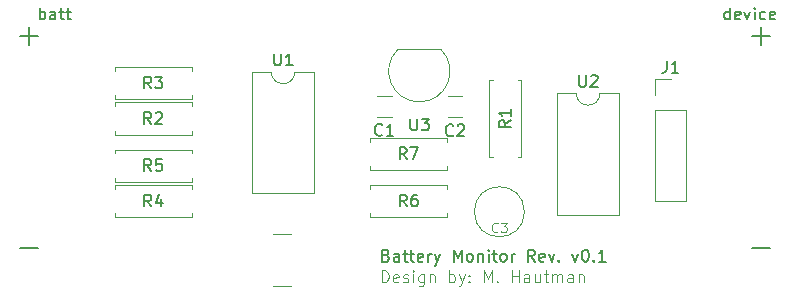
<source format=gbr>
%TF.GenerationSoftware,KiCad,Pcbnew,8.0.1-rc1*%
%TF.CreationDate,2025-05-01T22:02:35-04:00*%
%TF.ProjectId,bhm,62686d2e-6b69-4636-9164-5f7063625858,rev?*%
%TF.SameCoordinates,Original*%
%TF.FileFunction,Legend,Top*%
%TF.FilePolarity,Positive*%
%FSLAX46Y46*%
G04 Gerber Fmt 4.6, Leading zero omitted, Abs format (unit mm)*
G04 Created by KiCad (PCBNEW 8.0.1-rc1) date 2025-05-01 22:02:35*
%MOMM*%
%LPD*%
G01*
G04 APERTURE LIST*
%ADD10C,0.100000*%
%ADD11C,0.150000*%
%ADD12C,0.120000*%
G04 APERTURE END LIST*
D10*
X225053884Y-138872419D02*
X225053884Y-137872419D01*
X225053884Y-137872419D02*
X225291979Y-137872419D01*
X225291979Y-137872419D02*
X225434836Y-137920038D01*
X225434836Y-137920038D02*
X225530074Y-138015276D01*
X225530074Y-138015276D02*
X225577693Y-138110514D01*
X225577693Y-138110514D02*
X225625312Y-138300990D01*
X225625312Y-138300990D02*
X225625312Y-138443847D01*
X225625312Y-138443847D02*
X225577693Y-138634323D01*
X225577693Y-138634323D02*
X225530074Y-138729561D01*
X225530074Y-138729561D02*
X225434836Y-138824800D01*
X225434836Y-138824800D02*
X225291979Y-138872419D01*
X225291979Y-138872419D02*
X225053884Y-138872419D01*
X226434836Y-138824800D02*
X226339598Y-138872419D01*
X226339598Y-138872419D02*
X226149122Y-138872419D01*
X226149122Y-138872419D02*
X226053884Y-138824800D01*
X226053884Y-138824800D02*
X226006265Y-138729561D01*
X226006265Y-138729561D02*
X226006265Y-138348609D01*
X226006265Y-138348609D02*
X226053884Y-138253371D01*
X226053884Y-138253371D02*
X226149122Y-138205752D01*
X226149122Y-138205752D02*
X226339598Y-138205752D01*
X226339598Y-138205752D02*
X226434836Y-138253371D01*
X226434836Y-138253371D02*
X226482455Y-138348609D01*
X226482455Y-138348609D02*
X226482455Y-138443847D01*
X226482455Y-138443847D02*
X226006265Y-138539085D01*
X226863408Y-138824800D02*
X226958646Y-138872419D01*
X226958646Y-138872419D02*
X227149122Y-138872419D01*
X227149122Y-138872419D02*
X227244360Y-138824800D01*
X227244360Y-138824800D02*
X227291979Y-138729561D01*
X227291979Y-138729561D02*
X227291979Y-138681942D01*
X227291979Y-138681942D02*
X227244360Y-138586704D01*
X227244360Y-138586704D02*
X227149122Y-138539085D01*
X227149122Y-138539085D02*
X227006265Y-138539085D01*
X227006265Y-138539085D02*
X226911027Y-138491466D01*
X226911027Y-138491466D02*
X226863408Y-138396228D01*
X226863408Y-138396228D02*
X226863408Y-138348609D01*
X226863408Y-138348609D02*
X226911027Y-138253371D01*
X226911027Y-138253371D02*
X227006265Y-138205752D01*
X227006265Y-138205752D02*
X227149122Y-138205752D01*
X227149122Y-138205752D02*
X227244360Y-138253371D01*
X227720551Y-138872419D02*
X227720551Y-138205752D01*
X227720551Y-137872419D02*
X227672932Y-137920038D01*
X227672932Y-137920038D02*
X227720551Y-137967657D01*
X227720551Y-137967657D02*
X227768170Y-137920038D01*
X227768170Y-137920038D02*
X227720551Y-137872419D01*
X227720551Y-137872419D02*
X227720551Y-137967657D01*
X228625312Y-138205752D02*
X228625312Y-139015276D01*
X228625312Y-139015276D02*
X228577693Y-139110514D01*
X228577693Y-139110514D02*
X228530074Y-139158133D01*
X228530074Y-139158133D02*
X228434836Y-139205752D01*
X228434836Y-139205752D02*
X228291979Y-139205752D01*
X228291979Y-139205752D02*
X228196741Y-139158133D01*
X228625312Y-138824800D02*
X228530074Y-138872419D01*
X228530074Y-138872419D02*
X228339598Y-138872419D01*
X228339598Y-138872419D02*
X228244360Y-138824800D01*
X228244360Y-138824800D02*
X228196741Y-138777180D01*
X228196741Y-138777180D02*
X228149122Y-138681942D01*
X228149122Y-138681942D02*
X228149122Y-138396228D01*
X228149122Y-138396228D02*
X228196741Y-138300990D01*
X228196741Y-138300990D02*
X228244360Y-138253371D01*
X228244360Y-138253371D02*
X228339598Y-138205752D01*
X228339598Y-138205752D02*
X228530074Y-138205752D01*
X228530074Y-138205752D02*
X228625312Y-138253371D01*
X229101503Y-138205752D02*
X229101503Y-138872419D01*
X229101503Y-138300990D02*
X229149122Y-138253371D01*
X229149122Y-138253371D02*
X229244360Y-138205752D01*
X229244360Y-138205752D02*
X229387217Y-138205752D01*
X229387217Y-138205752D02*
X229482455Y-138253371D01*
X229482455Y-138253371D02*
X229530074Y-138348609D01*
X229530074Y-138348609D02*
X229530074Y-138872419D01*
X230768170Y-138872419D02*
X230768170Y-137872419D01*
X230768170Y-138253371D02*
X230863408Y-138205752D01*
X230863408Y-138205752D02*
X231053884Y-138205752D01*
X231053884Y-138205752D02*
X231149122Y-138253371D01*
X231149122Y-138253371D02*
X231196741Y-138300990D01*
X231196741Y-138300990D02*
X231244360Y-138396228D01*
X231244360Y-138396228D02*
X231244360Y-138681942D01*
X231244360Y-138681942D02*
X231196741Y-138777180D01*
X231196741Y-138777180D02*
X231149122Y-138824800D01*
X231149122Y-138824800D02*
X231053884Y-138872419D01*
X231053884Y-138872419D02*
X230863408Y-138872419D01*
X230863408Y-138872419D02*
X230768170Y-138824800D01*
X231577694Y-138205752D02*
X231815789Y-138872419D01*
X232053884Y-138205752D02*
X231815789Y-138872419D01*
X231815789Y-138872419D02*
X231720551Y-139110514D01*
X231720551Y-139110514D02*
X231672932Y-139158133D01*
X231672932Y-139158133D02*
X231577694Y-139205752D01*
X232434837Y-138777180D02*
X232482456Y-138824800D01*
X232482456Y-138824800D02*
X232434837Y-138872419D01*
X232434837Y-138872419D02*
X232387218Y-138824800D01*
X232387218Y-138824800D02*
X232434837Y-138777180D01*
X232434837Y-138777180D02*
X232434837Y-138872419D01*
X232434837Y-138253371D02*
X232482456Y-138300990D01*
X232482456Y-138300990D02*
X232434837Y-138348609D01*
X232434837Y-138348609D02*
X232387218Y-138300990D01*
X232387218Y-138300990D02*
X232434837Y-138253371D01*
X232434837Y-138253371D02*
X232434837Y-138348609D01*
X233672932Y-138872419D02*
X233672932Y-137872419D01*
X233672932Y-137872419D02*
X234006265Y-138586704D01*
X234006265Y-138586704D02*
X234339598Y-137872419D01*
X234339598Y-137872419D02*
X234339598Y-138872419D01*
X234815789Y-138777180D02*
X234863408Y-138824800D01*
X234863408Y-138824800D02*
X234815789Y-138872419D01*
X234815789Y-138872419D02*
X234768170Y-138824800D01*
X234768170Y-138824800D02*
X234815789Y-138777180D01*
X234815789Y-138777180D02*
X234815789Y-138872419D01*
X236053884Y-138872419D02*
X236053884Y-137872419D01*
X236053884Y-138348609D02*
X236625312Y-138348609D01*
X236625312Y-138872419D02*
X236625312Y-137872419D01*
X237530074Y-138872419D02*
X237530074Y-138348609D01*
X237530074Y-138348609D02*
X237482455Y-138253371D01*
X237482455Y-138253371D02*
X237387217Y-138205752D01*
X237387217Y-138205752D02*
X237196741Y-138205752D01*
X237196741Y-138205752D02*
X237101503Y-138253371D01*
X237530074Y-138824800D02*
X237434836Y-138872419D01*
X237434836Y-138872419D02*
X237196741Y-138872419D01*
X237196741Y-138872419D02*
X237101503Y-138824800D01*
X237101503Y-138824800D02*
X237053884Y-138729561D01*
X237053884Y-138729561D02*
X237053884Y-138634323D01*
X237053884Y-138634323D02*
X237101503Y-138539085D01*
X237101503Y-138539085D02*
X237196741Y-138491466D01*
X237196741Y-138491466D02*
X237434836Y-138491466D01*
X237434836Y-138491466D02*
X237530074Y-138443847D01*
X238434836Y-138205752D02*
X238434836Y-138872419D01*
X238006265Y-138205752D02*
X238006265Y-138729561D01*
X238006265Y-138729561D02*
X238053884Y-138824800D01*
X238053884Y-138824800D02*
X238149122Y-138872419D01*
X238149122Y-138872419D02*
X238291979Y-138872419D01*
X238291979Y-138872419D02*
X238387217Y-138824800D01*
X238387217Y-138824800D02*
X238434836Y-138777180D01*
X238768170Y-138205752D02*
X239149122Y-138205752D01*
X238911027Y-137872419D02*
X238911027Y-138729561D01*
X238911027Y-138729561D02*
X238958646Y-138824800D01*
X238958646Y-138824800D02*
X239053884Y-138872419D01*
X239053884Y-138872419D02*
X239149122Y-138872419D01*
X239482456Y-138872419D02*
X239482456Y-138205752D01*
X239482456Y-138300990D02*
X239530075Y-138253371D01*
X239530075Y-138253371D02*
X239625313Y-138205752D01*
X239625313Y-138205752D02*
X239768170Y-138205752D01*
X239768170Y-138205752D02*
X239863408Y-138253371D01*
X239863408Y-138253371D02*
X239911027Y-138348609D01*
X239911027Y-138348609D02*
X239911027Y-138872419D01*
X239911027Y-138348609D02*
X239958646Y-138253371D01*
X239958646Y-138253371D02*
X240053884Y-138205752D01*
X240053884Y-138205752D02*
X240196741Y-138205752D01*
X240196741Y-138205752D02*
X240291980Y-138253371D01*
X240291980Y-138253371D02*
X240339599Y-138348609D01*
X240339599Y-138348609D02*
X240339599Y-138872419D01*
X241244360Y-138872419D02*
X241244360Y-138348609D01*
X241244360Y-138348609D02*
X241196741Y-138253371D01*
X241196741Y-138253371D02*
X241101503Y-138205752D01*
X241101503Y-138205752D02*
X240911027Y-138205752D01*
X240911027Y-138205752D02*
X240815789Y-138253371D01*
X241244360Y-138824800D02*
X241149122Y-138872419D01*
X241149122Y-138872419D02*
X240911027Y-138872419D01*
X240911027Y-138872419D02*
X240815789Y-138824800D01*
X240815789Y-138824800D02*
X240768170Y-138729561D01*
X240768170Y-138729561D02*
X240768170Y-138634323D01*
X240768170Y-138634323D02*
X240815789Y-138539085D01*
X240815789Y-138539085D02*
X240911027Y-138491466D01*
X240911027Y-138491466D02*
X241149122Y-138491466D01*
X241149122Y-138491466D02*
X241244360Y-138443847D01*
X241720551Y-138205752D02*
X241720551Y-138872419D01*
X241720551Y-138300990D02*
X241768170Y-138253371D01*
X241768170Y-138253371D02*
X241863408Y-138205752D01*
X241863408Y-138205752D02*
X242006265Y-138205752D01*
X242006265Y-138205752D02*
X242101503Y-138253371D01*
X242101503Y-138253371D02*
X242149122Y-138348609D01*
X242149122Y-138348609D02*
X242149122Y-138872419D01*
D11*
X254515350Y-116619819D02*
X254515350Y-115619819D01*
X254515350Y-116572200D02*
X254420112Y-116619819D01*
X254420112Y-116619819D02*
X254229636Y-116619819D01*
X254229636Y-116619819D02*
X254134398Y-116572200D01*
X254134398Y-116572200D02*
X254086779Y-116524580D01*
X254086779Y-116524580D02*
X254039160Y-116429342D01*
X254039160Y-116429342D02*
X254039160Y-116143628D01*
X254039160Y-116143628D02*
X254086779Y-116048390D01*
X254086779Y-116048390D02*
X254134398Y-116000771D01*
X254134398Y-116000771D02*
X254229636Y-115953152D01*
X254229636Y-115953152D02*
X254420112Y-115953152D01*
X254420112Y-115953152D02*
X254515350Y-116000771D01*
X255372493Y-116572200D02*
X255277255Y-116619819D01*
X255277255Y-116619819D02*
X255086779Y-116619819D01*
X255086779Y-116619819D02*
X254991541Y-116572200D01*
X254991541Y-116572200D02*
X254943922Y-116476961D01*
X254943922Y-116476961D02*
X254943922Y-116096009D01*
X254943922Y-116096009D02*
X254991541Y-116000771D01*
X254991541Y-116000771D02*
X255086779Y-115953152D01*
X255086779Y-115953152D02*
X255277255Y-115953152D01*
X255277255Y-115953152D02*
X255372493Y-116000771D01*
X255372493Y-116000771D02*
X255420112Y-116096009D01*
X255420112Y-116096009D02*
X255420112Y-116191247D01*
X255420112Y-116191247D02*
X254943922Y-116286485D01*
X255753446Y-115953152D02*
X255991541Y-116619819D01*
X255991541Y-116619819D02*
X256229636Y-115953152D01*
X256610589Y-116619819D02*
X256610589Y-115953152D01*
X256610589Y-115619819D02*
X256562970Y-115667438D01*
X256562970Y-115667438D02*
X256610589Y-115715057D01*
X256610589Y-115715057D02*
X256658208Y-115667438D01*
X256658208Y-115667438D02*
X256610589Y-115619819D01*
X256610589Y-115619819D02*
X256610589Y-115715057D01*
X257515350Y-116572200D02*
X257420112Y-116619819D01*
X257420112Y-116619819D02*
X257229636Y-116619819D01*
X257229636Y-116619819D02*
X257134398Y-116572200D01*
X257134398Y-116572200D02*
X257086779Y-116524580D01*
X257086779Y-116524580D02*
X257039160Y-116429342D01*
X257039160Y-116429342D02*
X257039160Y-116143628D01*
X257039160Y-116143628D02*
X257086779Y-116048390D01*
X257086779Y-116048390D02*
X257134398Y-116000771D01*
X257134398Y-116000771D02*
X257229636Y-115953152D01*
X257229636Y-115953152D02*
X257420112Y-115953152D01*
X257420112Y-115953152D02*
X257515350Y-116000771D01*
X258324874Y-116572200D02*
X258229636Y-116619819D01*
X258229636Y-116619819D02*
X258039160Y-116619819D01*
X258039160Y-116619819D02*
X257943922Y-116572200D01*
X257943922Y-116572200D02*
X257896303Y-116476961D01*
X257896303Y-116476961D02*
X257896303Y-116096009D01*
X257896303Y-116096009D02*
X257943922Y-116000771D01*
X257943922Y-116000771D02*
X258039160Y-115953152D01*
X258039160Y-115953152D02*
X258229636Y-115953152D01*
X258229636Y-115953152D02*
X258324874Y-116000771D01*
X258324874Y-116000771D02*
X258372493Y-116096009D01*
X258372493Y-116096009D02*
X258372493Y-116191247D01*
X258372493Y-116191247D02*
X257896303Y-116286485D01*
X257925125Y-117985533D02*
X256401316Y-117985533D01*
X257163220Y-118747438D02*
X257163220Y-117223628D01*
X195925125Y-117985533D02*
X194401316Y-117985533D01*
X195163220Y-118747438D02*
X195163220Y-117223628D01*
X225420112Y-136596009D02*
X225562969Y-136643628D01*
X225562969Y-136643628D02*
X225610588Y-136691247D01*
X225610588Y-136691247D02*
X225658207Y-136786485D01*
X225658207Y-136786485D02*
X225658207Y-136929342D01*
X225658207Y-136929342D02*
X225610588Y-137024580D01*
X225610588Y-137024580D02*
X225562969Y-137072200D01*
X225562969Y-137072200D02*
X225467731Y-137119819D01*
X225467731Y-137119819D02*
X225086779Y-137119819D01*
X225086779Y-137119819D02*
X225086779Y-136119819D01*
X225086779Y-136119819D02*
X225420112Y-136119819D01*
X225420112Y-136119819D02*
X225515350Y-136167438D01*
X225515350Y-136167438D02*
X225562969Y-136215057D01*
X225562969Y-136215057D02*
X225610588Y-136310295D01*
X225610588Y-136310295D02*
X225610588Y-136405533D01*
X225610588Y-136405533D02*
X225562969Y-136500771D01*
X225562969Y-136500771D02*
X225515350Y-136548390D01*
X225515350Y-136548390D02*
X225420112Y-136596009D01*
X225420112Y-136596009D02*
X225086779Y-136596009D01*
X226515350Y-137119819D02*
X226515350Y-136596009D01*
X226515350Y-136596009D02*
X226467731Y-136500771D01*
X226467731Y-136500771D02*
X226372493Y-136453152D01*
X226372493Y-136453152D02*
X226182017Y-136453152D01*
X226182017Y-136453152D02*
X226086779Y-136500771D01*
X226515350Y-137072200D02*
X226420112Y-137119819D01*
X226420112Y-137119819D02*
X226182017Y-137119819D01*
X226182017Y-137119819D02*
X226086779Y-137072200D01*
X226086779Y-137072200D02*
X226039160Y-136976961D01*
X226039160Y-136976961D02*
X226039160Y-136881723D01*
X226039160Y-136881723D02*
X226086779Y-136786485D01*
X226086779Y-136786485D02*
X226182017Y-136738866D01*
X226182017Y-136738866D02*
X226420112Y-136738866D01*
X226420112Y-136738866D02*
X226515350Y-136691247D01*
X226848684Y-136453152D02*
X227229636Y-136453152D01*
X226991541Y-136119819D02*
X226991541Y-136976961D01*
X226991541Y-136976961D02*
X227039160Y-137072200D01*
X227039160Y-137072200D02*
X227134398Y-137119819D01*
X227134398Y-137119819D02*
X227229636Y-137119819D01*
X227420113Y-136453152D02*
X227801065Y-136453152D01*
X227562970Y-136119819D02*
X227562970Y-136976961D01*
X227562970Y-136976961D02*
X227610589Y-137072200D01*
X227610589Y-137072200D02*
X227705827Y-137119819D01*
X227705827Y-137119819D02*
X227801065Y-137119819D01*
X228515351Y-137072200D02*
X228420113Y-137119819D01*
X228420113Y-137119819D02*
X228229637Y-137119819D01*
X228229637Y-137119819D02*
X228134399Y-137072200D01*
X228134399Y-137072200D02*
X228086780Y-136976961D01*
X228086780Y-136976961D02*
X228086780Y-136596009D01*
X228086780Y-136596009D02*
X228134399Y-136500771D01*
X228134399Y-136500771D02*
X228229637Y-136453152D01*
X228229637Y-136453152D02*
X228420113Y-136453152D01*
X228420113Y-136453152D02*
X228515351Y-136500771D01*
X228515351Y-136500771D02*
X228562970Y-136596009D01*
X228562970Y-136596009D02*
X228562970Y-136691247D01*
X228562970Y-136691247D02*
X228086780Y-136786485D01*
X228991542Y-137119819D02*
X228991542Y-136453152D01*
X228991542Y-136643628D02*
X229039161Y-136548390D01*
X229039161Y-136548390D02*
X229086780Y-136500771D01*
X229086780Y-136500771D02*
X229182018Y-136453152D01*
X229182018Y-136453152D02*
X229277256Y-136453152D01*
X229515352Y-136453152D02*
X229753447Y-137119819D01*
X229991542Y-136453152D02*
X229753447Y-137119819D01*
X229753447Y-137119819D02*
X229658209Y-137357914D01*
X229658209Y-137357914D02*
X229610590Y-137405533D01*
X229610590Y-137405533D02*
X229515352Y-137453152D01*
X231134400Y-137119819D02*
X231134400Y-136119819D01*
X231134400Y-136119819D02*
X231467733Y-136834104D01*
X231467733Y-136834104D02*
X231801066Y-136119819D01*
X231801066Y-136119819D02*
X231801066Y-137119819D01*
X232420114Y-137119819D02*
X232324876Y-137072200D01*
X232324876Y-137072200D02*
X232277257Y-137024580D01*
X232277257Y-137024580D02*
X232229638Y-136929342D01*
X232229638Y-136929342D02*
X232229638Y-136643628D01*
X232229638Y-136643628D02*
X232277257Y-136548390D01*
X232277257Y-136548390D02*
X232324876Y-136500771D01*
X232324876Y-136500771D02*
X232420114Y-136453152D01*
X232420114Y-136453152D02*
X232562971Y-136453152D01*
X232562971Y-136453152D02*
X232658209Y-136500771D01*
X232658209Y-136500771D02*
X232705828Y-136548390D01*
X232705828Y-136548390D02*
X232753447Y-136643628D01*
X232753447Y-136643628D02*
X232753447Y-136929342D01*
X232753447Y-136929342D02*
X232705828Y-137024580D01*
X232705828Y-137024580D02*
X232658209Y-137072200D01*
X232658209Y-137072200D02*
X232562971Y-137119819D01*
X232562971Y-137119819D02*
X232420114Y-137119819D01*
X233182019Y-136453152D02*
X233182019Y-137119819D01*
X233182019Y-136548390D02*
X233229638Y-136500771D01*
X233229638Y-136500771D02*
X233324876Y-136453152D01*
X233324876Y-136453152D02*
X233467733Y-136453152D01*
X233467733Y-136453152D02*
X233562971Y-136500771D01*
X233562971Y-136500771D02*
X233610590Y-136596009D01*
X233610590Y-136596009D02*
X233610590Y-137119819D01*
X234086781Y-137119819D02*
X234086781Y-136453152D01*
X234086781Y-136119819D02*
X234039162Y-136167438D01*
X234039162Y-136167438D02*
X234086781Y-136215057D01*
X234086781Y-136215057D02*
X234134400Y-136167438D01*
X234134400Y-136167438D02*
X234086781Y-136119819D01*
X234086781Y-136119819D02*
X234086781Y-136215057D01*
X234420114Y-136453152D02*
X234801066Y-136453152D01*
X234562971Y-136119819D02*
X234562971Y-136976961D01*
X234562971Y-136976961D02*
X234610590Y-137072200D01*
X234610590Y-137072200D02*
X234705828Y-137119819D01*
X234705828Y-137119819D02*
X234801066Y-137119819D01*
X235277257Y-137119819D02*
X235182019Y-137072200D01*
X235182019Y-137072200D02*
X235134400Y-137024580D01*
X235134400Y-137024580D02*
X235086781Y-136929342D01*
X235086781Y-136929342D02*
X235086781Y-136643628D01*
X235086781Y-136643628D02*
X235134400Y-136548390D01*
X235134400Y-136548390D02*
X235182019Y-136500771D01*
X235182019Y-136500771D02*
X235277257Y-136453152D01*
X235277257Y-136453152D02*
X235420114Y-136453152D01*
X235420114Y-136453152D02*
X235515352Y-136500771D01*
X235515352Y-136500771D02*
X235562971Y-136548390D01*
X235562971Y-136548390D02*
X235610590Y-136643628D01*
X235610590Y-136643628D02*
X235610590Y-136929342D01*
X235610590Y-136929342D02*
X235562971Y-137024580D01*
X235562971Y-137024580D02*
X235515352Y-137072200D01*
X235515352Y-137072200D02*
X235420114Y-137119819D01*
X235420114Y-137119819D02*
X235277257Y-137119819D01*
X236039162Y-137119819D02*
X236039162Y-136453152D01*
X236039162Y-136643628D02*
X236086781Y-136548390D01*
X236086781Y-136548390D02*
X236134400Y-136500771D01*
X236134400Y-136500771D02*
X236229638Y-136453152D01*
X236229638Y-136453152D02*
X236324876Y-136453152D01*
X237991543Y-137119819D02*
X237658210Y-136643628D01*
X237420115Y-137119819D02*
X237420115Y-136119819D01*
X237420115Y-136119819D02*
X237801067Y-136119819D01*
X237801067Y-136119819D02*
X237896305Y-136167438D01*
X237896305Y-136167438D02*
X237943924Y-136215057D01*
X237943924Y-136215057D02*
X237991543Y-136310295D01*
X237991543Y-136310295D02*
X237991543Y-136453152D01*
X237991543Y-136453152D02*
X237943924Y-136548390D01*
X237943924Y-136548390D02*
X237896305Y-136596009D01*
X237896305Y-136596009D02*
X237801067Y-136643628D01*
X237801067Y-136643628D02*
X237420115Y-136643628D01*
X238801067Y-137072200D02*
X238705829Y-137119819D01*
X238705829Y-137119819D02*
X238515353Y-137119819D01*
X238515353Y-137119819D02*
X238420115Y-137072200D01*
X238420115Y-137072200D02*
X238372496Y-136976961D01*
X238372496Y-136976961D02*
X238372496Y-136596009D01*
X238372496Y-136596009D02*
X238420115Y-136500771D01*
X238420115Y-136500771D02*
X238515353Y-136453152D01*
X238515353Y-136453152D02*
X238705829Y-136453152D01*
X238705829Y-136453152D02*
X238801067Y-136500771D01*
X238801067Y-136500771D02*
X238848686Y-136596009D01*
X238848686Y-136596009D02*
X238848686Y-136691247D01*
X238848686Y-136691247D02*
X238372496Y-136786485D01*
X239182020Y-136453152D02*
X239420115Y-137119819D01*
X239420115Y-137119819D02*
X239658210Y-136453152D01*
X240039163Y-137024580D02*
X240086782Y-137072200D01*
X240086782Y-137072200D02*
X240039163Y-137119819D01*
X240039163Y-137119819D02*
X239991544Y-137072200D01*
X239991544Y-137072200D02*
X240039163Y-137024580D01*
X240039163Y-137024580D02*
X240039163Y-137119819D01*
X241182020Y-136453152D02*
X241420115Y-137119819D01*
X241420115Y-137119819D02*
X241658210Y-136453152D01*
X242229639Y-136119819D02*
X242324877Y-136119819D01*
X242324877Y-136119819D02*
X242420115Y-136167438D01*
X242420115Y-136167438D02*
X242467734Y-136215057D01*
X242467734Y-136215057D02*
X242515353Y-136310295D01*
X242515353Y-136310295D02*
X242562972Y-136500771D01*
X242562972Y-136500771D02*
X242562972Y-136738866D01*
X242562972Y-136738866D02*
X242515353Y-136929342D01*
X242515353Y-136929342D02*
X242467734Y-137024580D01*
X242467734Y-137024580D02*
X242420115Y-137072200D01*
X242420115Y-137072200D02*
X242324877Y-137119819D01*
X242324877Y-137119819D02*
X242229639Y-137119819D01*
X242229639Y-137119819D02*
X242134401Y-137072200D01*
X242134401Y-137072200D02*
X242086782Y-137024580D01*
X242086782Y-137024580D02*
X242039163Y-136929342D01*
X242039163Y-136929342D02*
X241991544Y-136738866D01*
X241991544Y-136738866D02*
X241991544Y-136500771D01*
X241991544Y-136500771D02*
X242039163Y-136310295D01*
X242039163Y-136310295D02*
X242086782Y-136215057D01*
X242086782Y-136215057D02*
X242134401Y-136167438D01*
X242134401Y-136167438D02*
X242229639Y-136119819D01*
X242991544Y-137024580D02*
X243039163Y-137072200D01*
X243039163Y-137072200D02*
X242991544Y-137119819D01*
X242991544Y-137119819D02*
X242943925Y-137072200D01*
X242943925Y-137072200D02*
X242991544Y-137024580D01*
X242991544Y-137024580D02*
X242991544Y-137119819D01*
X243991543Y-137119819D02*
X243420115Y-137119819D01*
X243705829Y-137119819D02*
X243705829Y-136119819D01*
X243705829Y-136119819D02*
X243610591Y-136262676D01*
X243610591Y-136262676D02*
X243515353Y-136357914D01*
X243515353Y-136357914D02*
X243420115Y-136405533D01*
X196086779Y-116619819D02*
X196086779Y-115619819D01*
X196086779Y-116000771D02*
X196182017Y-115953152D01*
X196182017Y-115953152D02*
X196372493Y-115953152D01*
X196372493Y-115953152D02*
X196467731Y-116000771D01*
X196467731Y-116000771D02*
X196515350Y-116048390D01*
X196515350Y-116048390D02*
X196562969Y-116143628D01*
X196562969Y-116143628D02*
X196562969Y-116429342D01*
X196562969Y-116429342D02*
X196515350Y-116524580D01*
X196515350Y-116524580D02*
X196467731Y-116572200D01*
X196467731Y-116572200D02*
X196372493Y-116619819D01*
X196372493Y-116619819D02*
X196182017Y-116619819D01*
X196182017Y-116619819D02*
X196086779Y-116572200D01*
X197420112Y-116619819D02*
X197420112Y-116096009D01*
X197420112Y-116096009D02*
X197372493Y-116000771D01*
X197372493Y-116000771D02*
X197277255Y-115953152D01*
X197277255Y-115953152D02*
X197086779Y-115953152D01*
X197086779Y-115953152D02*
X196991541Y-116000771D01*
X197420112Y-116572200D02*
X197324874Y-116619819D01*
X197324874Y-116619819D02*
X197086779Y-116619819D01*
X197086779Y-116619819D02*
X196991541Y-116572200D01*
X196991541Y-116572200D02*
X196943922Y-116476961D01*
X196943922Y-116476961D02*
X196943922Y-116381723D01*
X196943922Y-116381723D02*
X196991541Y-116286485D01*
X196991541Y-116286485D02*
X197086779Y-116238866D01*
X197086779Y-116238866D02*
X197324874Y-116238866D01*
X197324874Y-116238866D02*
X197420112Y-116191247D01*
X197753446Y-115953152D02*
X198134398Y-115953152D01*
X197896303Y-115619819D02*
X197896303Y-116476961D01*
X197896303Y-116476961D02*
X197943922Y-116572200D01*
X197943922Y-116572200D02*
X198039160Y-116619819D01*
X198039160Y-116619819D02*
X198134398Y-116619819D01*
X198324875Y-115953152D02*
X198705827Y-115953152D01*
X198467732Y-115619819D02*
X198467732Y-116476961D01*
X198467732Y-116476961D02*
X198515351Y-116572200D01*
X198515351Y-116572200D02*
X198610589Y-116619819D01*
X198610589Y-116619819D02*
X198705827Y-116619819D01*
X257925125Y-135985533D02*
X256401316Y-135985533D01*
X195925125Y-135985533D02*
X194401316Y-135985533D01*
X205523333Y-125454819D02*
X205190000Y-124978628D01*
X204951905Y-125454819D02*
X204951905Y-124454819D01*
X204951905Y-124454819D02*
X205332857Y-124454819D01*
X205332857Y-124454819D02*
X205428095Y-124502438D01*
X205428095Y-124502438D02*
X205475714Y-124550057D01*
X205475714Y-124550057D02*
X205523333Y-124645295D01*
X205523333Y-124645295D02*
X205523333Y-124788152D01*
X205523333Y-124788152D02*
X205475714Y-124883390D01*
X205475714Y-124883390D02*
X205428095Y-124931009D01*
X205428095Y-124931009D02*
X205332857Y-124978628D01*
X205332857Y-124978628D02*
X204951905Y-124978628D01*
X205904286Y-124550057D02*
X205951905Y-124502438D01*
X205951905Y-124502438D02*
X206047143Y-124454819D01*
X206047143Y-124454819D02*
X206285238Y-124454819D01*
X206285238Y-124454819D02*
X206380476Y-124502438D01*
X206380476Y-124502438D02*
X206428095Y-124550057D01*
X206428095Y-124550057D02*
X206475714Y-124645295D01*
X206475714Y-124645295D02*
X206475714Y-124740533D01*
X206475714Y-124740533D02*
X206428095Y-124883390D01*
X206428095Y-124883390D02*
X205856667Y-125454819D01*
X205856667Y-125454819D02*
X206475714Y-125454819D01*
X249166666Y-120124819D02*
X249166666Y-120839104D01*
X249166666Y-120839104D02*
X249119047Y-120981961D01*
X249119047Y-120981961D02*
X249023809Y-121077200D01*
X249023809Y-121077200D02*
X248880952Y-121124819D01*
X248880952Y-121124819D02*
X248785714Y-121124819D01*
X250166666Y-121124819D02*
X249595238Y-121124819D01*
X249880952Y-121124819D02*
X249880952Y-120124819D01*
X249880952Y-120124819D02*
X249785714Y-120267676D01*
X249785714Y-120267676D02*
X249690476Y-120362914D01*
X249690476Y-120362914D02*
X249595238Y-120410533D01*
X227468095Y-125014819D02*
X227468095Y-125824342D01*
X227468095Y-125824342D02*
X227515714Y-125919580D01*
X227515714Y-125919580D02*
X227563333Y-125967200D01*
X227563333Y-125967200D02*
X227658571Y-126014819D01*
X227658571Y-126014819D02*
X227849047Y-126014819D01*
X227849047Y-126014819D02*
X227944285Y-125967200D01*
X227944285Y-125967200D02*
X227991904Y-125919580D01*
X227991904Y-125919580D02*
X228039523Y-125824342D01*
X228039523Y-125824342D02*
X228039523Y-125014819D01*
X228420476Y-125014819D02*
X229039523Y-125014819D01*
X229039523Y-125014819D02*
X228706190Y-125395771D01*
X228706190Y-125395771D02*
X228849047Y-125395771D01*
X228849047Y-125395771D02*
X228944285Y-125443390D01*
X228944285Y-125443390D02*
X228991904Y-125491009D01*
X228991904Y-125491009D02*
X229039523Y-125586247D01*
X229039523Y-125586247D02*
X229039523Y-125824342D01*
X229039523Y-125824342D02*
X228991904Y-125919580D01*
X228991904Y-125919580D02*
X228944285Y-125967200D01*
X228944285Y-125967200D02*
X228849047Y-126014819D01*
X228849047Y-126014819D02*
X228563333Y-126014819D01*
X228563333Y-126014819D02*
X228468095Y-125967200D01*
X228468095Y-125967200D02*
X228420476Y-125919580D01*
X205523333Y-122454819D02*
X205190000Y-121978628D01*
X204951905Y-122454819D02*
X204951905Y-121454819D01*
X204951905Y-121454819D02*
X205332857Y-121454819D01*
X205332857Y-121454819D02*
X205428095Y-121502438D01*
X205428095Y-121502438D02*
X205475714Y-121550057D01*
X205475714Y-121550057D02*
X205523333Y-121645295D01*
X205523333Y-121645295D02*
X205523333Y-121788152D01*
X205523333Y-121788152D02*
X205475714Y-121883390D01*
X205475714Y-121883390D02*
X205428095Y-121931009D01*
X205428095Y-121931009D02*
X205332857Y-121978628D01*
X205332857Y-121978628D02*
X204951905Y-121978628D01*
X205856667Y-121454819D02*
X206475714Y-121454819D01*
X206475714Y-121454819D02*
X206142381Y-121835771D01*
X206142381Y-121835771D02*
X206285238Y-121835771D01*
X206285238Y-121835771D02*
X206380476Y-121883390D01*
X206380476Y-121883390D02*
X206428095Y-121931009D01*
X206428095Y-121931009D02*
X206475714Y-122026247D01*
X206475714Y-122026247D02*
X206475714Y-122264342D01*
X206475714Y-122264342D02*
X206428095Y-122359580D01*
X206428095Y-122359580D02*
X206380476Y-122407200D01*
X206380476Y-122407200D02*
X206285238Y-122454819D01*
X206285238Y-122454819D02*
X205999524Y-122454819D01*
X205999524Y-122454819D02*
X205904286Y-122407200D01*
X205904286Y-122407200D02*
X205856667Y-122359580D01*
X205523333Y-129454819D02*
X205190000Y-128978628D01*
X204951905Y-129454819D02*
X204951905Y-128454819D01*
X204951905Y-128454819D02*
X205332857Y-128454819D01*
X205332857Y-128454819D02*
X205428095Y-128502438D01*
X205428095Y-128502438D02*
X205475714Y-128550057D01*
X205475714Y-128550057D02*
X205523333Y-128645295D01*
X205523333Y-128645295D02*
X205523333Y-128788152D01*
X205523333Y-128788152D02*
X205475714Y-128883390D01*
X205475714Y-128883390D02*
X205428095Y-128931009D01*
X205428095Y-128931009D02*
X205332857Y-128978628D01*
X205332857Y-128978628D02*
X204951905Y-128978628D01*
X206428095Y-128454819D02*
X205951905Y-128454819D01*
X205951905Y-128454819D02*
X205904286Y-128931009D01*
X205904286Y-128931009D02*
X205951905Y-128883390D01*
X205951905Y-128883390D02*
X206047143Y-128835771D01*
X206047143Y-128835771D02*
X206285238Y-128835771D01*
X206285238Y-128835771D02*
X206380476Y-128883390D01*
X206380476Y-128883390D02*
X206428095Y-128931009D01*
X206428095Y-128931009D02*
X206475714Y-129026247D01*
X206475714Y-129026247D02*
X206475714Y-129264342D01*
X206475714Y-129264342D02*
X206428095Y-129359580D01*
X206428095Y-129359580D02*
X206380476Y-129407200D01*
X206380476Y-129407200D02*
X206285238Y-129454819D01*
X206285238Y-129454819D02*
X206047143Y-129454819D01*
X206047143Y-129454819D02*
X205951905Y-129407200D01*
X205951905Y-129407200D02*
X205904286Y-129359580D01*
X227143333Y-132454819D02*
X226810000Y-131978628D01*
X226571905Y-132454819D02*
X226571905Y-131454819D01*
X226571905Y-131454819D02*
X226952857Y-131454819D01*
X226952857Y-131454819D02*
X227048095Y-131502438D01*
X227048095Y-131502438D02*
X227095714Y-131550057D01*
X227095714Y-131550057D02*
X227143333Y-131645295D01*
X227143333Y-131645295D02*
X227143333Y-131788152D01*
X227143333Y-131788152D02*
X227095714Y-131883390D01*
X227095714Y-131883390D02*
X227048095Y-131931009D01*
X227048095Y-131931009D02*
X226952857Y-131978628D01*
X226952857Y-131978628D02*
X226571905Y-131978628D01*
X228000476Y-131454819D02*
X227810000Y-131454819D01*
X227810000Y-131454819D02*
X227714762Y-131502438D01*
X227714762Y-131502438D02*
X227667143Y-131550057D01*
X227667143Y-131550057D02*
X227571905Y-131692914D01*
X227571905Y-131692914D02*
X227524286Y-131883390D01*
X227524286Y-131883390D02*
X227524286Y-132264342D01*
X227524286Y-132264342D02*
X227571905Y-132359580D01*
X227571905Y-132359580D02*
X227619524Y-132407200D01*
X227619524Y-132407200D02*
X227714762Y-132454819D01*
X227714762Y-132454819D02*
X227905238Y-132454819D01*
X227905238Y-132454819D02*
X228000476Y-132407200D01*
X228000476Y-132407200D02*
X228048095Y-132359580D01*
X228048095Y-132359580D02*
X228095714Y-132264342D01*
X228095714Y-132264342D02*
X228095714Y-132026247D01*
X228095714Y-132026247D02*
X228048095Y-131931009D01*
X228048095Y-131931009D02*
X228000476Y-131883390D01*
X228000476Y-131883390D02*
X227905238Y-131835771D01*
X227905238Y-131835771D02*
X227714762Y-131835771D01*
X227714762Y-131835771D02*
X227619524Y-131883390D01*
X227619524Y-131883390D02*
X227571905Y-131931009D01*
X227571905Y-131931009D02*
X227524286Y-132026247D01*
X231083333Y-126409580D02*
X231035714Y-126457200D01*
X231035714Y-126457200D02*
X230892857Y-126504819D01*
X230892857Y-126504819D02*
X230797619Y-126504819D01*
X230797619Y-126504819D02*
X230654762Y-126457200D01*
X230654762Y-126457200D02*
X230559524Y-126361961D01*
X230559524Y-126361961D02*
X230511905Y-126266723D01*
X230511905Y-126266723D02*
X230464286Y-126076247D01*
X230464286Y-126076247D02*
X230464286Y-125933390D01*
X230464286Y-125933390D02*
X230511905Y-125742914D01*
X230511905Y-125742914D02*
X230559524Y-125647676D01*
X230559524Y-125647676D02*
X230654762Y-125552438D01*
X230654762Y-125552438D02*
X230797619Y-125504819D01*
X230797619Y-125504819D02*
X230892857Y-125504819D01*
X230892857Y-125504819D02*
X231035714Y-125552438D01*
X231035714Y-125552438D02*
X231083333Y-125600057D01*
X231464286Y-125600057D02*
X231511905Y-125552438D01*
X231511905Y-125552438D02*
X231607143Y-125504819D01*
X231607143Y-125504819D02*
X231845238Y-125504819D01*
X231845238Y-125504819D02*
X231940476Y-125552438D01*
X231940476Y-125552438D02*
X231988095Y-125600057D01*
X231988095Y-125600057D02*
X232035714Y-125695295D01*
X232035714Y-125695295D02*
X232035714Y-125790533D01*
X232035714Y-125790533D02*
X231988095Y-125933390D01*
X231988095Y-125933390D02*
X231416667Y-126504819D01*
X231416667Y-126504819D02*
X232035714Y-126504819D01*
X235954819Y-125166666D02*
X235478628Y-125499999D01*
X235954819Y-125738094D02*
X234954819Y-125738094D01*
X234954819Y-125738094D02*
X234954819Y-125357142D01*
X234954819Y-125357142D02*
X235002438Y-125261904D01*
X235002438Y-125261904D02*
X235050057Y-125214285D01*
X235050057Y-125214285D02*
X235145295Y-125166666D01*
X235145295Y-125166666D02*
X235288152Y-125166666D01*
X235288152Y-125166666D02*
X235383390Y-125214285D01*
X235383390Y-125214285D02*
X235431009Y-125261904D01*
X235431009Y-125261904D02*
X235478628Y-125357142D01*
X235478628Y-125357142D02*
X235478628Y-125738094D01*
X235954819Y-124214285D02*
X235954819Y-124785713D01*
X235954819Y-124499999D02*
X234954819Y-124499999D01*
X234954819Y-124499999D02*
X235097676Y-124595237D01*
X235097676Y-124595237D02*
X235192914Y-124690475D01*
X235192914Y-124690475D02*
X235240533Y-124785713D01*
X241748095Y-121324819D02*
X241748095Y-122134342D01*
X241748095Y-122134342D02*
X241795714Y-122229580D01*
X241795714Y-122229580D02*
X241843333Y-122277200D01*
X241843333Y-122277200D02*
X241938571Y-122324819D01*
X241938571Y-122324819D02*
X242129047Y-122324819D01*
X242129047Y-122324819D02*
X242224285Y-122277200D01*
X242224285Y-122277200D02*
X242271904Y-122229580D01*
X242271904Y-122229580D02*
X242319523Y-122134342D01*
X242319523Y-122134342D02*
X242319523Y-121324819D01*
X242748095Y-121420057D02*
X242795714Y-121372438D01*
X242795714Y-121372438D02*
X242890952Y-121324819D01*
X242890952Y-121324819D02*
X243129047Y-121324819D01*
X243129047Y-121324819D02*
X243224285Y-121372438D01*
X243224285Y-121372438D02*
X243271904Y-121420057D01*
X243271904Y-121420057D02*
X243319523Y-121515295D01*
X243319523Y-121515295D02*
X243319523Y-121610533D01*
X243319523Y-121610533D02*
X243271904Y-121753390D01*
X243271904Y-121753390D02*
X242700476Y-122324819D01*
X242700476Y-122324819D02*
X243319523Y-122324819D01*
X215928095Y-119504819D02*
X215928095Y-120314342D01*
X215928095Y-120314342D02*
X215975714Y-120409580D01*
X215975714Y-120409580D02*
X216023333Y-120457200D01*
X216023333Y-120457200D02*
X216118571Y-120504819D01*
X216118571Y-120504819D02*
X216309047Y-120504819D01*
X216309047Y-120504819D02*
X216404285Y-120457200D01*
X216404285Y-120457200D02*
X216451904Y-120409580D01*
X216451904Y-120409580D02*
X216499523Y-120314342D01*
X216499523Y-120314342D02*
X216499523Y-119504819D01*
X217499523Y-120504819D02*
X216928095Y-120504819D01*
X217213809Y-120504819D02*
X217213809Y-119504819D01*
X217213809Y-119504819D02*
X217118571Y-119647676D01*
X217118571Y-119647676D02*
X217023333Y-119742914D01*
X217023333Y-119742914D02*
X216928095Y-119790533D01*
X225083333Y-126359580D02*
X225035714Y-126407200D01*
X225035714Y-126407200D02*
X224892857Y-126454819D01*
X224892857Y-126454819D02*
X224797619Y-126454819D01*
X224797619Y-126454819D02*
X224654762Y-126407200D01*
X224654762Y-126407200D02*
X224559524Y-126311961D01*
X224559524Y-126311961D02*
X224511905Y-126216723D01*
X224511905Y-126216723D02*
X224464286Y-126026247D01*
X224464286Y-126026247D02*
X224464286Y-125883390D01*
X224464286Y-125883390D02*
X224511905Y-125692914D01*
X224511905Y-125692914D02*
X224559524Y-125597676D01*
X224559524Y-125597676D02*
X224654762Y-125502438D01*
X224654762Y-125502438D02*
X224797619Y-125454819D01*
X224797619Y-125454819D02*
X224892857Y-125454819D01*
X224892857Y-125454819D02*
X225035714Y-125502438D01*
X225035714Y-125502438D02*
X225083333Y-125550057D01*
X226035714Y-126454819D02*
X225464286Y-126454819D01*
X225750000Y-126454819D02*
X225750000Y-125454819D01*
X225750000Y-125454819D02*
X225654762Y-125597676D01*
X225654762Y-125597676D02*
X225559524Y-125692914D01*
X225559524Y-125692914D02*
X225464286Y-125740533D01*
X227143333Y-128454819D02*
X226810000Y-127978628D01*
X226571905Y-128454819D02*
X226571905Y-127454819D01*
X226571905Y-127454819D02*
X226952857Y-127454819D01*
X226952857Y-127454819D02*
X227048095Y-127502438D01*
X227048095Y-127502438D02*
X227095714Y-127550057D01*
X227095714Y-127550057D02*
X227143333Y-127645295D01*
X227143333Y-127645295D02*
X227143333Y-127788152D01*
X227143333Y-127788152D02*
X227095714Y-127883390D01*
X227095714Y-127883390D02*
X227048095Y-127931009D01*
X227048095Y-127931009D02*
X226952857Y-127978628D01*
X226952857Y-127978628D02*
X226571905Y-127978628D01*
X227476667Y-127454819D02*
X228143333Y-127454819D01*
X228143333Y-127454819D02*
X227714762Y-128454819D01*
X205523333Y-132454819D02*
X205190000Y-131978628D01*
X204951905Y-132454819D02*
X204951905Y-131454819D01*
X204951905Y-131454819D02*
X205332857Y-131454819D01*
X205332857Y-131454819D02*
X205428095Y-131502438D01*
X205428095Y-131502438D02*
X205475714Y-131550057D01*
X205475714Y-131550057D02*
X205523333Y-131645295D01*
X205523333Y-131645295D02*
X205523333Y-131788152D01*
X205523333Y-131788152D02*
X205475714Y-131883390D01*
X205475714Y-131883390D02*
X205428095Y-131931009D01*
X205428095Y-131931009D02*
X205332857Y-131978628D01*
X205332857Y-131978628D02*
X204951905Y-131978628D01*
X206380476Y-131788152D02*
X206380476Y-132454819D01*
X206142381Y-131407200D02*
X205904286Y-132121485D01*
X205904286Y-132121485D02*
X206523333Y-132121485D01*
D10*
X234866667Y-134538704D02*
X234828571Y-134576800D01*
X234828571Y-134576800D02*
X234714286Y-134614895D01*
X234714286Y-134614895D02*
X234638095Y-134614895D01*
X234638095Y-134614895D02*
X234523809Y-134576800D01*
X234523809Y-134576800D02*
X234447619Y-134500609D01*
X234447619Y-134500609D02*
X234409524Y-134424419D01*
X234409524Y-134424419D02*
X234371428Y-134272038D01*
X234371428Y-134272038D02*
X234371428Y-134157752D01*
X234371428Y-134157752D02*
X234409524Y-134005371D01*
X234409524Y-134005371D02*
X234447619Y-133929180D01*
X234447619Y-133929180D02*
X234523809Y-133852990D01*
X234523809Y-133852990D02*
X234638095Y-133814895D01*
X234638095Y-133814895D02*
X234714286Y-133814895D01*
X234714286Y-133814895D02*
X234828571Y-133852990D01*
X234828571Y-133852990D02*
X234866667Y-133891085D01*
X235133333Y-133814895D02*
X235628571Y-133814895D01*
X235628571Y-133814895D02*
X235361905Y-134119657D01*
X235361905Y-134119657D02*
X235476190Y-134119657D01*
X235476190Y-134119657D02*
X235552381Y-134157752D01*
X235552381Y-134157752D02*
X235590476Y-134195847D01*
X235590476Y-134195847D02*
X235628571Y-134272038D01*
X235628571Y-134272038D02*
X235628571Y-134462514D01*
X235628571Y-134462514D02*
X235590476Y-134538704D01*
X235590476Y-134538704D02*
X235552381Y-134576800D01*
X235552381Y-134576800D02*
X235476190Y-134614895D01*
X235476190Y-134614895D02*
X235247619Y-134614895D01*
X235247619Y-134614895D02*
X235171428Y-134576800D01*
X235171428Y-134576800D02*
X235133333Y-134538704D01*
D12*
%TO.C,SENS1*%
X217397369Y-134790000D02*
X215802631Y-134790000D01*
X217397369Y-139210000D02*
X215802631Y-139210000D01*
%TO.C,R2*%
X202420000Y-123630000D02*
X202420000Y-123960000D01*
X202420000Y-126370000D02*
X202420000Y-126040000D01*
X208960000Y-123630000D02*
X202420000Y-123630000D01*
X208960000Y-123960000D02*
X208960000Y-123630000D01*
X208960000Y-126040000D02*
X208960000Y-126370000D01*
X208960000Y-126370000D02*
X202420000Y-126370000D01*
%TO.C,J1*%
X248170000Y-121670000D02*
X249500000Y-121670000D01*
X248170000Y-123000000D02*
X248170000Y-121670000D01*
X248170000Y-124270000D02*
X248170000Y-131950000D01*
X248170000Y-124270000D02*
X250830000Y-124270000D01*
X248170000Y-131950000D02*
X250830000Y-131950000D01*
X250830000Y-124270000D02*
X250830000Y-131950000D01*
%TO.C,U3*%
X230030000Y-119150000D02*
X226430000Y-119150000D01*
X228230000Y-123600000D02*
G75*
G02*
X226391522Y-119161522I0J2600000D01*
G01*
X230068478Y-119161522D02*
G75*
G02*
X228230000Y-123600000I-1838478J-1838478D01*
G01*
%TO.C,R3*%
X202420000Y-120630000D02*
X202420000Y-120960000D01*
X202420000Y-123370000D02*
X202420000Y-123040000D01*
X208960000Y-120630000D02*
X202420000Y-120630000D01*
X208960000Y-120960000D02*
X208960000Y-120630000D01*
X208960000Y-123040000D02*
X208960000Y-123370000D01*
X208960000Y-123370000D02*
X202420000Y-123370000D01*
%TO.C,R5*%
X202420000Y-127630000D02*
X208960000Y-127630000D01*
X202420000Y-127960000D02*
X202420000Y-127630000D01*
X202420000Y-130040000D02*
X202420000Y-130370000D01*
X202420000Y-130370000D02*
X208960000Y-130370000D01*
X208960000Y-127630000D02*
X208960000Y-127960000D01*
X208960000Y-130370000D02*
X208960000Y-130040000D01*
%TO.C,R6*%
X224040000Y-130630000D02*
X224040000Y-130960000D01*
X224040000Y-133370000D02*
X224040000Y-133040000D01*
X230580000Y-130630000D02*
X224040000Y-130630000D01*
X230580000Y-130960000D02*
X230580000Y-130630000D01*
X230580000Y-133040000D02*
X230580000Y-133370000D01*
X230580000Y-133370000D02*
X224040000Y-133370000D01*
%TO.C,C2*%
X231879000Y-123080000D02*
X230621000Y-123080000D01*
X231879000Y-124920000D02*
X230621000Y-124920000D01*
%TO.C,R1*%
X234130000Y-121730000D02*
X234130000Y-128270000D01*
X234130000Y-128270000D02*
X234460000Y-128270000D01*
X234460000Y-121730000D02*
X234130000Y-121730000D01*
X236540000Y-121730000D02*
X236870000Y-121730000D01*
X236870000Y-121730000D02*
X236870000Y-128270000D01*
X236870000Y-128270000D02*
X236540000Y-128270000D01*
%TO.C,U2*%
X239860000Y-122870000D02*
X239860000Y-133150000D01*
X239860000Y-133150000D02*
X245160000Y-133150000D01*
X241510000Y-122870000D02*
X239860000Y-122870000D01*
X245160000Y-122870000D02*
X243510000Y-122870000D01*
X245160000Y-133150000D02*
X245160000Y-122870000D01*
X243510000Y-122870000D02*
G75*
G02*
X241510000Y-122870000I-1000000J0D01*
G01*
%TO.C,U1*%
X214040000Y-121050000D02*
X214040000Y-131330000D01*
X214040000Y-131330000D02*
X219340000Y-131330000D01*
X215690000Y-121050000D02*
X214040000Y-121050000D01*
X219340000Y-121050000D02*
X217690000Y-121050000D01*
X219340000Y-131330000D02*
X219340000Y-121050000D01*
X217690000Y-121050000D02*
G75*
G02*
X215690000Y-121050000I-1000000J0D01*
G01*
%TO.C,C1*%
X224621000Y-123080000D02*
X225879000Y-123080000D01*
X224621000Y-124920000D02*
X225879000Y-124920000D01*
%TO.C,R7*%
X224040000Y-126630000D02*
X224040000Y-126960000D01*
X224040000Y-129370000D02*
X224040000Y-129040000D01*
X230580000Y-126630000D02*
X224040000Y-126630000D01*
X230580000Y-126960000D02*
X230580000Y-126630000D01*
X230580000Y-129040000D02*
X230580000Y-129370000D01*
X230580000Y-129370000D02*
X224040000Y-129370000D01*
%TO.C,R4*%
X202420000Y-130630000D02*
X202420000Y-130960000D01*
X202420000Y-133370000D02*
X202420000Y-133040000D01*
X208960000Y-130630000D02*
X202420000Y-130630000D01*
X208960000Y-130960000D02*
X208960000Y-130630000D01*
X208960000Y-133040000D02*
X208960000Y-133370000D01*
X208960000Y-133370000D02*
X202420000Y-133370000D01*
%TO.C,C3*%
X237120000Y-132900000D02*
G75*
G02*
X232880000Y-132900000I-2120000J0D01*
G01*
X232880000Y-132900000D02*
G75*
G02*
X237120000Y-132900000I2120000J0D01*
G01*
%TD*%
M02*

</source>
